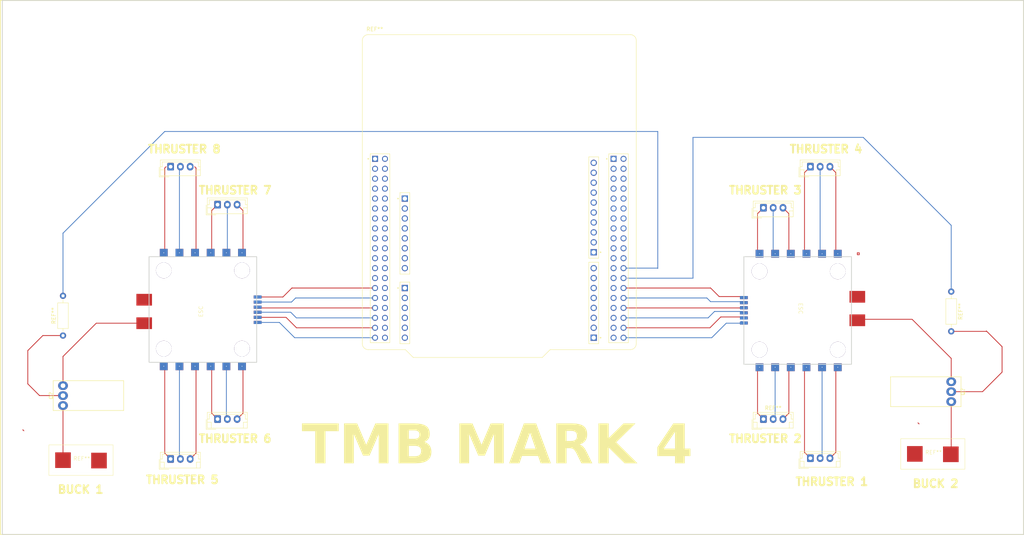
<source format=kicad_pcb>
(kicad_pcb (version 20241229) (generator "pcbnew") (generator_version "9.0")
  (layers (0 "F.Cu" signal) (2 "B.Cu" signal) (13 "F.Paste" user) (15 "B.Paste" user) (5 "F.SilkS" user "F.Silkscreen") (7 "B.SilkS" user "B.Silkscreen") (1 "F.Mask" user) (3 "B.Mask" user) (25 "Edge.Cuts" user))
  (net 0 "")
  (footprint "My_MOSFET_Footprints:mosfet" (layer "F.Cu") (at 439 453.54 90)
    (property "Reference" "Q?" (at 2.54 -3 90) (layer "F.SilkS"))
    (property "Value" "IRLB3813PBF")
    (fp_line (start 6.35 -2.5) (end 6.35 15.5) (stroke (width 0.15)) (layer "F.SilkS"))
    (fp_line (start -1.27 -2.5) (end 6.35 -2.5) (stroke (width 0.15)) (layer "F.SilkS"))
    (fp_line (start 6.35 15.5) (end -1.27 15.5) (stroke (width 0.15)) (layer "F.SilkS"))
    (fp_line (start -1.27 15.5) (end -1.27 -2.5) (stroke (width 0.15)) (layer "F.SilkS"))
    (pad "1" thru_hole oval (at 0 0 90) (size 2.2 2.5) (drill 1.2) (layers "*.Cu" "*.Mask"))
    (pad "2" thru_hole oval (at 2.54 0 90) (size 2.2 2.5) (drill 1.2) (layers "*.Cu" "*.Mask"))
    (pad "3" thru_hole oval (at 5.08 0 90) (size 2.2 2.5) (drill 1.2) (layers "*.Cu" "*.Mask"))
  )
  (footprint "pad:new pad" (layer "F.Cu") (at 661.5 466)
    (property "Reference" "REF**" (at 0 -0.5 0) (layer "F.SilkS") (effects (font (thickness 0.1))))
    (property "Value" "new pad" (hide yes))
    (fp_rect (start -8.4 -4) (end 8 3.8) (stroke (width 0.1)) (fill no) (layer "F.SilkS"))
    (pad "3" smd rect (at -4.8 -0.1) (size 4 4) (layers "F.Cu" "F.Mask" "F.Paste"))
    (pad "3" smd rect (at 4.4 0) (size 4 4) (layers "F.Cu" "F.Mask" "F.Paste"))
  )
  (footprint "Connector_JST:JST_EH_B3B-EH-A_1x03_P2.50mm_Vertical" (layer "F.Cu") (at 466.5 392.5)
    (property "Reference" "REF**" (hide yes))
    (property "Value" "JST_EH_B3B-EH-A_1x03_P2.50mm_Vertical" (hide yes))
    (fp_line (start -2.91 0.11) (end -2.91 2.61) (stroke (width 0.12)) (layer "F.SilkS"))
    (fp_line (start -2.91 2.61) (end -0.41 2.61) (stroke (width 0.12)) (layer "F.SilkS"))
    (fp_line (start -2.61 -1.71) (end -2.61 2.31) (stroke (width 0.12)) (layer "F.SilkS"))
    (fp_line (start -2.61 0) (end -2.11 0) (stroke (width 0.12)) (layer "F.SilkS"))
    (fp_line (start -2.61 0.81) (end -1.61 0.81) (stroke (width 0.12)) (layer "F.SilkS"))
    (fp_line (start -2.61 2.31) (end 7.61 2.31) (stroke (width 0.12)) (layer "F.SilkS"))
    (fp_line (start -2.11 -1.21) (end 7.11 -1.21) (stroke (width 0.12)) (layer "F.SilkS"))
    (fp_line (start -2.11 0) (end -2.11 -1.21) (stroke (width 0.12)) (layer "F.SilkS"))
    (fp_line (start -1.61 0.81) (end -1.61 2.31) (stroke (width 0.12)) (layer "F.SilkS"))
    (fp_line (start 6.61 0.81) (end 6.61 2.31) (stroke (width 0.12)) (layer "F.SilkS"))
    (fp_line (start 7.11 -1.21) (end 7.11 0) (stroke (width 0.12)) (layer "F.SilkS"))
    (fp_line (start 7.11 0) (end 7.61 0) (stroke (width 0.12)) (layer "F.SilkS"))
    (fp_line (start 7.61 -1.71) (end -2.61 -1.71) (stroke (width 0.12)) (layer "F.SilkS"))
    (fp_line (start 7.61 0.81) (end 6.61 0.81) (stroke (width 0.12)) (layer "F.SilkS"))
    (fp_line (start 7.61 2.31) (end 7.61 -1.71) (stroke (width 0.12)) (layer "F.SilkS"))
    (pad "1" thru_hole roundrect (at 0 0) (size 1.7 1.95) (drill 0.95) (layers "*.Cu" "*.Mask") (roundrect_rratio 0.147059))
    (pad "2" thru_hole oval (at 2.5 0) (size 1.7 1.95) (drill 0.95) (layers "*.Cu" "*.Mask"))
    (pad "3" thru_hole oval (at 5 0) (size 1.7 1.95) (drill 0.95) (layers "*.Cu" "*.Mask"))
  )
  (footprint "esc_Library:esc_final" (layer "F.Cu") (at 474.75 429.5 90)
    (property "Reference" "ESC" (at 0 -0.5 90) (layer "F.SilkS") (effects (font (thickness 0.1))))
    (property "Value" "ESC ")
    (pad "1" thru_hole circle (at 10.5 -10 90) (size 4 4) (drill 4) (layers "*.Cu" "*.Mask"))
    (pad "2" thru_hole circle (at -9.5 -10 90) (size 4 4) (drill 4) (layers "*.Cu" "*.Mask"))
    (pad "3" thru_hole circle (at -9.5 10 90) (size 4 4) (drill 4) (layers "*.Cu" "*.Mask"))
    (pad "4" thru_hole circle (at 10.5 10 90) (size 4 4) (drill 4) (layers "*.Cu" "*.Mask"))
    (pad "5" thru_hole rect (at -14 -6 90) (size 2 2) (drill 0.2) (layers "*.Cu" "*.Mask"))
    (pad "5" thru_hole rect (at -14 -2 90) (size 2 2) (drill 0.2) (layers "*.Cu" "*.Mask"))
    (pad "5" thru_hole rect (at -14 2 90) (size 2 2) (drill 0.2) (layers "*.Cu" "*.Mask"))
    (pad "5" thru_hole rect (at -14 6 90) (size 2 2) (drill 0.2) (layers "*.Cu" "*.Mask"))
    (pad "5" thru_hole rect (at -14 10 90) (size 2 2) (drill 0.2) (layers "*.Cu" "*.Mask"))
    (pad "5" thru_hole rect (at 15 -10 90) (size 2 2) (drill 0.2) (layers "*.Cu" "*.Mask"))
    (pad "5" thru_hole rect (at 15 -6 90) (size 2 2) (drill 0.2) (layers "*.Cu" "*.Mask"))
    (pad "5" thru_hole rect (at 15 -2 90) (size 2 2) (drill 0.2) (layers "*.Cu" "*.Mask"))
    (pad "5" thru_hole rect (at 15 2 90) (size 2 2) (drill 0.2) (layers "*.Cu" "*.Mask"))
    (pad "5" thru_hole rect (at 15 6 90) (size 2 2) (drill 0.2) (layers "*.Cu" "*.Mask"))
    (pad "5" thru_hole rect (at 15 10 90) (size 2 2) (drill 0.2) (layers "*.Cu" "*.Mask"))
    (pad "8" smd rect (at -3 -15 90) (size 3 4) (layers "F.Cu" "F.Mask" "F.Paste"))
    (pad "8" smd rect (at 3 -15 90) (size 3 4) (layers "F.Cu" "F.Mask" "F.Paste"))
    (pad "9" thru_hole rect (at -2.8 14 90) (size 0.8 2) (drill 0.1) (layers "*.Cu" "*.Mask"))
    (pad "9" thru_hole rect (at -1.5 14 90) (size 0.8 2) (drill 0.1) (layers "*.Cu" "*.Mask"))
    (pad "9" thru_hole rect (at -0.2 14 90) (size 0.8 2) (drill 0.1) (layers "*.Cu" "*.Mask"))
    (pad "9" thru_hole rect (at 1.1 14 90) (size 0.8 2) (drill 0.1) (layers "*.Cu" "*.Mask"))
    (pad "9" thru_hole rect (at 2.4 14 90) (size 0.8 2) (drill 0.1) (layers "*.Cu" "*.Mask"))
    (pad "9" thru_hole rect (at 3.7 14 90) (size 0.8 2) (drill 0.1) (layers "*.Cu" "*.Mask"))
    (pad "e" thru_hole rect (at -14 -10 90) (size 2 2) (drill 0.2) (layers "*.Cu" "*.Mask"))
  )
  (footprint "Connector_JST:JST_EH_B3B-EH-A_1x03_P2.50mm_Vertical" (layer "F.Cu") (at 630 392.5)
    (property "Reference" "REF**" (hide yes))
    (property "Value" "JST_EH_B3B-EH-A_1x03_P2.50mm_Vertical" (hide yes))
    (fp_line (start -2.91 0.11) (end -2.91 2.61) (stroke (width 0.12)) (layer "F.SilkS"))
    (fp_line (start -2.91 2.61) (end -0.41 2.61) (stroke (width 0.12)) (layer "F.SilkS"))
    (fp_line (start -2.61 -1.71) (end -2.61 2.31) (stroke (width 0.12)) (layer "F.SilkS"))
    (fp_line (start -2.61 0) (end -2.11 0) (stroke (width 0.12)) (layer "F.SilkS"))
    (fp_line (start -2.61 0.81) (end -1.61 0.81) (stroke (width 0.12)) (layer "F.SilkS"))
    (fp_line (start -2.61 2.31) (end 7.61 2.31) (stroke (width 0.12)) (layer "F.SilkS"))
    (fp_line (start -2.11 -1.21) (end 7.11 -1.21) (stroke (width 0.12)) (layer "F.SilkS"))
    (fp_line (start -2.11 0) (end -2.11 -1.21) (stroke (width 0.12)) (layer "F.SilkS"))
    (fp_line (start -1.61 0.81) (end -1.61 2.31) (stroke (width 0.12)) (layer "F.SilkS"))
    (fp_line (start 6.61 0.81) (end 6.61 2.31) (stroke (width 0.12)) (layer "F.SilkS"))
    (fp_line (start 7.11 -1.21) (end 7.11 0) (stroke (width 0.12)) (layer "F.SilkS"))
    (fp_line (start 7.11 0) (end 7.61 0) (stroke (width 0.12)) (layer "F.SilkS"))
    (fp_line (start 7.61 -1.71) (end -2.61 -1.71) (stroke (width 0.12)) (layer "F.SilkS"))
    (fp_line (start 7.61 0.81) (end 6.61 0.81) (stroke (width 0.12)) (layer "F.SilkS"))
    (fp_line (start 7.61 2.31) (end 7.61 -1.71) (stroke (width 0.12)) (layer "F.SilkS"))
    (pad "1" thru_hole roundrect (at 0 0) (size 1.7 1.95) (drill 0.95) (layers "*.Cu" "*.Mask") (roundrect_rratio 0.147059))
    (pad "2" thru_hole oval (at 2.5 0) (size 1.7 1.95) (drill 0.95) (layers "*.Cu" "*.Mask"))
    (pad "3" thru_hole oval (at 5 0) (size 1.7 1.95) (drill 0.95) (layers "*.Cu" "*.Mask"))
  )
  (footprint "Connector_JST:JST_EH_B3B-EH-A_1x03_P2.50mm_Vertical" (layer "F.Cu") (at 630 467)
    (property "Reference" "THRUSTER 1" (at 5.5 6 0) (layer "F.SilkS") (effects (font (size 2 2) (thickness 0.5) (bold yes))))
    (property "Value" "JST_EH_B3B-EH-A_1x03_P2.50mm_Vertical" (hide yes))
    (fp_line (start -2.91 0.11) (end -2.91 2.61) (stroke (width 0.12)) (layer "F.SilkS"))
    (fp_line (start -2.91 2.61) (end -0.41 2.61) (stroke (width 0.12)) (layer "F.SilkS"))
    (fp_line (start -2.61 -1.71) (end -2.61 2.31) (stroke (width 0.12)) (layer "F.SilkS"))
    (fp_line (start -2.61 0) (end -2.11 0) (stroke (width 0.12)) (layer "F.SilkS"))
    (fp_line (start -2.61 0.81) (end -1.61 0.81) (stroke (width 0.12)) (layer "F.SilkS"))
    (fp_line (start -2.61 2.31) (end 7.61 2.31) (stroke (width 0.12)) (layer "F.SilkS"))
    (fp_line (start -2.11 -1.21) (end 7.11 -1.21) (stroke (width 0.12)) (layer "F.SilkS"))
    (fp_line (start -2.11 0) (end -2.11 -1.21) (stroke (width 0.12)) (layer "F.SilkS"))
    (fp_line (start -1.61 0.81) (end -1.61 2.31) (stroke (width 0.12)) (layer "F.SilkS"))
    (fp_line (start 6.61 0.81) (end 6.61 2.31) (stroke (width 0.12)) (layer "F.SilkS"))
    (fp_line (start 7.11 -1.21) (end 7.11 0) (stroke (width 0.12)) (layer "F.SilkS"))
    (fp_line (start 7.11 0) (end 7.61 0) (stroke (width 0.12)) (layer "F.SilkS"))
    (fp_line (start 7.61 -1.71) (end -2.61 -1.71) (stroke (width 0.12)) (layer "F.SilkS"))
    (fp_line (start 7.61 0.81) (end 6.61 0.81) (stroke (width 0.12)) (layer "F.SilkS"))
    (fp_line (start 7.61 2.31) (end 7.61 -1.71) (stroke (width 0.12)) (layer "F.SilkS"))
    (pad "1" thru_hole roundrect (at 0 0) (size 1.7 1.95) (drill 0.95) (layers "*.Cu" "*.Mask") (roundrect_rratio 0.147059))
    (pad "2" thru_hole oval (at 2.5 0) (size 1.7 1.95) (drill 0.95) (layers "*.Cu" "*.Mask"))
    (pad "3" thru_hole oval (at 5 0) (size 1.7 1.95) (drill 0.95) (layers "*.Cu" "*.Mask"))
  )
  (footprint "Connector_JST:JST_EH_B3B-EH-A_1x03_P2.50mm_Vertical" (layer "F.Cu") (at 478.5 402.2)
    (property "Reference" "REF**" (hide yes))
    (property "Value" "JST_EH_B3B-EH-A_1x03_P2.50mm_Vertical" (hide yes))
    (fp_line (start -2.91 0.11) (end -2.91 2.61) (stroke (width 0.12)) (layer "F.SilkS"))
    (fp_line (start -2.91 2.61) (end -0.41 2.61) (stroke (width 0.12)) (layer "F.SilkS"))
    (fp_line (start -2.61 -1.71) (end -2.61 2.31) (stroke (width 0.12)) (layer "F.SilkS"))
    (fp_line (start -2.61 0) (end -2.11 0) (stroke (width 0.12)) (layer "F.SilkS"))
    (fp_line (start -2.61 0.81) (end -1.61 0.81) (stroke (width 0.12)) (layer "F.SilkS"))
    (fp_line (start -2.61 2.31) (end 7.61 2.31) (stroke (width 0.12)) (layer "F.SilkS"))
    (fp_line (start -2.11 -1.21) (end 7.11 -1.21) (stroke (width 0.12)) (layer "F.SilkS"))
    (fp_line (start -2.11 0) (end -2.11 -1.21) (stroke (width 0.12)) (layer "F.SilkS"))
    (fp_line (start -1.61 0.81) (end -1.61 2.31) (stroke (width 0.12)) (layer "F.SilkS"))
    (fp_line (start 6.61 0.81) (end 6.61 2.31) (stroke (width 0.12)) (layer "F.SilkS"))
    (fp_line (start 7.11 -1.21) (end 7.11 0) (stroke (width 0.12)) (layer "F.SilkS"))
    (fp_line (start 7.11 0) (end 7.61 0) (stroke (width 0.12)) (layer "F.SilkS"))
    (fp_line (start 7.61 -1.71) (end -2.61 -1.71) (stroke (width 0.12)) (layer "F.SilkS"))
    (fp_line (start 7.61 0.81) (end 6.61 0.81) (stroke (width 0.12)) (layer "F.SilkS"))
    (fp_line (start 7.61 2.31) (end 7.61 -1.71) (stroke (width 0.12)) (layer "F.SilkS"))
    (pad "1" thru_hole roundrect (at 0 0) (size 1.7 1.95) (drill 0.95) (layers "*.Cu" "*.Mask") (roundrect_rratio 0.147059))
    (pad "2" thru_hole oval (at 2.5 0) (size 1.7 1.95) (drill 0.95) (layers "*.Cu" "*.Mask"))
    (pad "3" thru_hole oval (at 5 0) (size 1.7 1.95) (drill 0.95) (layers "*.Cu" "*.Mask"))
  )
  (footprint "Connector_JST:JST_EH_B3B-EH-A_1x03_P2.50mm_Vertical" (layer "F.Cu") (at 618 403)
    (property "Reference" "REF**" (hide yes))
    (property "Value" "JST_EH_B3B-EH-A_1x03_P2.50mm_Vertical" (hide yes))
    (fp_line (start -2.91 0.11) (end -2.91 2.61) (stroke (width 0.12)) (layer "F.SilkS"))
    (fp_line (start -2.91 2.61) (end -0.41 2.61) (stroke (width 0.12)) (layer "F.SilkS"))
    (fp_line (start -2.61 -1.71) (end -2.61 2.31) (stroke (width 0.12)) (layer "F.SilkS"))
    (fp_line (start -2.61 0) (end -2.11 0) (stroke (width 0.12)) (layer "F.SilkS"))
    (fp_line (start -2.61 0.81) (end -1.61 0.81) (stroke (width 0.12)) (layer "F.SilkS"))
    (fp_line (start -2.61 2.31) (end 7.61 2.31) (stroke (width 0.12)) (layer "F.SilkS"))
    (fp_line (start -2.11 -1.21) (end 7.11 -1.21) (stroke (width 0.12)) (layer "F.SilkS"))
    (fp_line (start -2.11 0) (end -2.11 -1.21) (stroke (width 0.12)) (layer "F.SilkS"))
    (fp_line (start -1.61 0.81) (end -1.61 2.31) (stroke (width 0.12)) (layer "F.SilkS"))
    (fp_line (start 6.61 0.81) (end 6.61 2.31) (stroke (width 0.12)) (layer "F.SilkS"))
    (fp_line (start 7.11 -1.21) (end 7.11 0) (stroke (width 0.12)) (layer "F.SilkS"))
    (fp_line (start 7.11 0) (end 7.61 0) (stroke (width 0.12)) (layer "F.SilkS"))
    (fp_line (start 7.61 -1.71) (end -2.61 -1.71) (stroke (width 0.12)) (layer "F.SilkS"))
    (fp_line (start 7.61 0.81) (end 6.61 0.81) (stroke (width 0.12)) (layer "F.SilkS"))
    (fp_line (start 7.61 2.31) (end 7.61 -1.71) (stroke (width 0.12)) (layer "F.SilkS"))
    (pad "1" thru_hole roundrect (at 0 0) (size 1.7 1.95) (drill 0.95) (layers "*.Cu" "*.Mask") (roundrect_rratio 0.147059))
    (pad "2" thru_hole oval (at 2.5 0) (size 1.7 1.95) (drill 0.95) (layers "*.Cu" "*.Mask"))
    (pad "3" thru_hole oval (at 5 0) (size 1.7 1.95) (drill 0.95) (layers "*.Cu" "*.Mask"))
  )
  (footprint "Connector_JST:JST_EH_B3B-EH-A_1x03_P2.50mm_Vertical" (layer "F.Cu") (at 466.5 467.2)
    (property "Reference" "REF**" (hide yes))
    (property "Value" "JST_EH_B3B-EH-A_1x03_P2.50mm_Vertical" (hide yes))
    (fp_line (start -2.91 0.11) (end -2.91 2.61) (stroke (width 0.12)) (layer "F.SilkS"))
    (fp_line (start -2.91 2.61) (end -0.41 2.61) (stroke (width 0.12)) (layer "F.SilkS"))
    (fp_line (start -2.61 -1.71) (end -2.61 2.31) (stroke (width 0.12)) (layer "F.SilkS"))
    (fp_line (start -2.61 0) (end -2.11 0) (stroke (width 0.12)) (layer "F.SilkS"))
    (fp_line (start -2.61 0.81) (end -1.61 0.81) (stroke (width 0.12)) (layer "F.SilkS"))
    (fp_line (start -2.61 2.31) (end 7.61 2.31) (stroke (width 0.12)) (layer "F.SilkS"))
    (fp_line (start -2.11 -1.21) (end 7.11 -1.21) (stroke (width 0.12)) (layer "F.SilkS"))
    (fp_line (start -2.11 0) (end -2.11 -1.21) (stroke (width 0.12)) (layer "F.SilkS"))
    (fp_line (start -1.61 0.81) (end -1.61 2.31) (stroke (width 0.12)) (layer "F.SilkS"))
    (fp_line (start 6.61 0.81) (end 6.61 2.31) (stroke (width 0.12)) (layer "F.SilkS"))
    (fp_line (start 7.11 -1.21) (end 7.11 0) (stroke (width 0.12)) (layer "F.SilkS"))
    (fp_line (start 7.11 0) (end 7.61 0) (stroke (width 0.12)) (layer "F.SilkS"))
    (fp_line (start 7.61 -1.71) (end -2.61 -1.71) (stroke (width 0.12)) (layer "F.SilkS"))
    (fp_line (start 7.61 0.81) (end 6.61 0.81) (stroke (width 0.12)) (layer "F.SilkS"))
    (fp_line (start 7.61 2.31) (end 7.61 -1.71) (stroke (width 0.12)) (layer "F.SilkS"))
    (pad "1" thru_hole roundrect (at 0 0) (size 1.7 1.95) (drill 0.95) (layers "*.Cu" "*.Mask") (roundrect_rratio 0.147059))
    (pad "2" thru_hole oval (at 2.5 0) (size 1.7 1.95) (drill 0.95) (layers "*.Cu" "*.Mask"))
    (pad "3" thru_hole oval (at 5 0) (size 1.7 1.95) (drill 0.95) (layers "*.Cu" "*.Mask"))
  )
  (footprint "esc_Library:esc_final" (layer "F.Cu") (at 627 428.75 -90)
    (property "Reference" "ESC" (at 0 -0.5 270) (layer "F.SilkS") (effects (font (thickness 0.1))))
    (property "Value" "ESC ")
    (pad "1" thru_hole circle (at 10.5 -10 270) (size 4 4) (drill 4) (layers "*.Cu" "*.Mask"))
    (pad "2" thru_hole circle (at -9.5 -10 270) (size 4 4) (drill 4) (layers "*.Cu" "*.Mask"))
    (pad "3" thru_hole circle (at -9.5 10 270) (size 4 4) (drill 4) (layers "*.Cu" "*.Mask"))
    (pad "4" thru_hole circle (at 10.5 10 270) (size 4 4) (drill 4) (layers "*.Cu" "*.Mask"))
    (pad "5" thru_hole rect (at -14 -6 270) (size 2 2) (drill 0.2) (layers "*.Cu" "*.Mask"))
    (pad "5" thru_hole rect (at -14 -2 270) (size 2 2) (drill 0.2) (layers "*.Cu" "*.Mask"))
    (pad "5" thru_hole rect (at -14 2 270) (size 2 2) (drill 0.2) (layers "*.Cu" "*.Mask"))
    (pad "5" thru_hole rect (at -14 6 270) (size 2 2) (drill 0.2) (layers "*.Cu" "*.Mask"))
    (pad "5" thru_hole rect (at -14 10 270) (size 2 2) (drill 0.2) (layers "*.Cu" "*.Mask"))
    (pad "5" thru_hole rect (at 15 -10 270) (size 2 2) (drill 0.2) (layers "*.Cu" "*.Mask"))
    (pad "5" thru_hole rect (at 15 -6 270) (size 2 2) (drill 0.2) (layers "*.Cu" "*.Mask"))
    (pad "5" thru_hole rect (at 15 -2 270) (size 2 2) (drill 0.2) (layers "*.Cu" "*.Mask"))
    (pad "5" thru_hole rect (at 15 2 270) (size 2 2) (drill 0.2) (layers "*.Cu" "*.Mask"))
    (pad "5" thru_hole rect (at 15 6 270) (size 2 2) (drill 0.2) (layers "*.Cu" "*.Mask"))
    (pad "5" thru_hole rect (at 15 10 270) (size 2 2) (drill 0.2) (layers "*.Cu" "*.Mask"))
    (pad "8" smd rect (at -3 -15 270) (size 3 4) (layers "F.Cu" "F.Mask" "F.Paste"))
    (pad "8" smd rect (at 3 -15 270) (size 3 4) (layers "F.Cu" "F.Mask" "F.Paste"))
    (pad "9" thru_hole rect (at -2.8 14 270) (size 0.8 2) (drill 0.1) (layers "*.Cu" "*.Mask"))
    (pad "9" thru_hole rect (at -1.5 14 270) (size 0.8 2) (drill 0.1) (layers "*.Cu" "*.Mask"))
    (pad "9" thru_hole rect (at -0.2 14 270) (size 0.8 2) (drill 0.1) (layers "*.Cu" "*.Mask"))
    (pad "9" thru_hole rect (at 1.1 14 270) (size 0.8 2) (drill 0.1) (layers "*.Cu" "*.Mask"))
    (pad "9" thru_hole rect (at 2.4 14 270) (size 0.8 2) (drill 0.1) (layers "*.Cu" "*.Mask"))
    (pad "9" thru_hole rect (at 3.7 14 270) (size 0.8 2) (drill 0.1) (layers "*.Cu" "*.Mask"))
    (pad "e" thru_hole rect (at -14 -10 270) (size 2 2) (drill 0.2) (layers "*.Cu" "*.Mask"))
  )
  (footprint "Connector_JST:JST_EH_B3B-EH-A_1x03_P2.50mm_Vertical" (layer "F.Cu") (at 478.5 457)
    (property "Reference" "REF**" (hide yes))
    (property "Value" "JST_EH_B3B-EH-A_1x03_P2.50mm_Vertical" (hide yes))
    (fp_line (start -2.91 0.11) (end -2.91 2.61) (stroke (width 0.12)) (layer "F.SilkS"))
    (fp_line (start -2.91 2.61) (end -0.41 2.61) (stroke (width 0.12)) (layer "F.SilkS"))
    (fp_line (start -2.61 -1.71) (end -2.61 2.31) (stroke (width 0.12)) (layer "F.SilkS"))
    (fp_line (start -2.61 0) (end -2.11 0) (stroke (width 0.12)) (layer "F.SilkS"))
    (fp_line (start -2.61 0.81) (end -1.61 0.81) (stroke (width 0.12)) (layer "F.SilkS"))
    (fp_line (start -2.61 2.31) (end 7.61 2.31) (stroke (width 0.12)) (layer "F.SilkS"))
    (fp_line (start -2.11 -1.21) (end 7.11 -1.21) (stroke (width 0.12)) (layer "F.SilkS"))
    (fp_line (start -2.11 0) (end -2.11 -1.21) (stroke (width 0.12)) (layer "F.SilkS"))
    (fp_line (start -1.61 0.81) (end -1.61 2.31) (stroke (width 0.12)) (layer "F.SilkS"))
    (fp_line (start 6.61 0.81) (end 6.61 2.31) (stroke (width 0.12)) (layer "F.SilkS"))
    (fp_line (start 7.11 -1.21) (end 7.11 0) (stroke (width 0.12)) (layer "F.SilkS"))
    (fp_line (start 7.11 0) (end 7.61 0) (stroke (width 0.12)) (layer "F.SilkS"))
    (fp_line (start 7.61 -1.71) (end -2.61 -1.71) (stroke (width 0.12)) (layer "F.SilkS"))
    (fp_line (start 7.61 0.81) (end 6.61 0.81) (stroke (width 0.12)) (layer "F.SilkS"))
    (fp_line (start 7.61 2.31) (end 7.61 -1.71) (stroke (width 0.12)) (layer "F.SilkS"))
    (pad "1" thru_hole roundrect (at 0 0) (size 1.7 1.95) (drill 0.95) (layers "*.Cu" "*.Mask") (roundrect_rratio 0.147059))
    (pad "2" thru_hole oval (at 2.5 0) (size 1.7 1.95) (drill 0.95) (layers "*.Cu" "*.Mask"))
    (pad "3" thru_hole oval (at 5 0) (size 1.7 1.95) (drill 0.95) (layers "*.Cu" "*.Mask"))
  )
  (footprint "My_MOSFET_Footprints:mosfet" (layer "F.Cu") (at 666 447.46 -90)
    (property "Reference" "Q?" (at 2.54 -3 90) (layer "F.SilkS"))
    (property "Value" "IRLB3813PBF")
    (fp_line (start -1.27 15.5) (end -1.27 -2.5) (stroke (width 0.15)) (layer "F.SilkS"))
    (fp_line (start 6.35 15.5) (end -1.27 15.5) (stroke (width 0.15)) (layer "F.SilkS"))
    (fp_line (start -1.27 -2.5) (end 6.35 -2.5) (stroke (width 0.15)) (layer "F.SilkS"))
    (fp_line (start 6.35 -2.5) (end 6.35 15.5) (stroke (width 0.15)) (layer "F.SilkS"))
    (pad "1" thru_hole oval (at 0 0 270) (size 2.2 2.5) (drill 1.2) (layers "*.Cu" "*.Mask"))
    (pad "2" thru_hole oval (at 2.54 0 270) (size 2.2 2.5) (drill 1.2) (layers "*.Cu" "*.Mask"))
    (pad "3" thru_hole oval (at 5.08 0 270) (size 2.2 2.5) (drill 1.2) (layers "*.Cu" "*.Mask"))
  )
  (footprint "pad:new pad" (layer "F.Cu") (at 443.8 467.6)
    (property "Reference" "REF**" (at 0 -0.5 0) (layer "F.SilkS") (effects (font (thickness 0.1))))
    (property "Value" "new pad" (hide yes))
    (fp_rect (start -8.4 -4) (end 8 3.8) (stroke (width 0.1)) (fill no) (layer "F.SilkS"))
    (pad "3" smd rect (at -4.8 -0.1) (size 4 4) (layers "F.Cu" "F.Mask" "F.Paste"))
    (pad "3" smd rect (at 4.4 0) (size 4 4) (layers "F.Cu" "F.Mask" "F.Paste"))
  )
  (footprint "stm:MODULE_NUCLEO-F030R8" (layer "F.Cu") (at 550.5 400)
    (property "Reference" "REF**" (at -31.825 -42.635 0) (layer "F.SilkS"))
    (property "Value" "MODULE_NUCLEO-F030R8")
    (fp_line (start -35 37.75) (end -35 -39.75) (stroke (width 0.127)) (layer "F.SilkS"))
    (fp_line (start -33.5 -41.25) (end 33.5 -41.25) (stroke (width 0.127)) (layer "F.SilkS"))
    (fp_line (start -32.98 -10.78) (end -32.98 37.48) (stroke (width 0.127)) (layer "F.SilkS"))
    (fp_line (start -32.98 37.48) (end -27.98 37.48) (stroke (width 0.127)) (layer "F.SilkS"))
    (fp_line (start -27.98 -10.78) (end -32.98 -10.78) (stroke (width 0.127)) (layer "F.SilkS"))
    (fp_line (start -27.98 37.48) (end -27.98 -10.78) (stroke (width 0.127)) (layer "F.SilkS"))
    (fp_line (start -25.38 -0.87) (end -25.38 19.95) (stroke (width 0.127)) (layer "F.SilkS"))
    (fp_line (start -25.38 19.95) (end -22.88 19.95) (stroke (width 0.127)) (layer "F.SilkS"))
    (fp_line (start -25.38 21.99) (end -25.38 37.73) (stroke (width 0.127)) (layer "F.SilkS"))
    (fp_line (start -25.38 37.73) (end -22.88 37.73) (stroke (width 0.127)) (layer "F.SilkS"))
    (fp_line (start -24 39.25) (end -33.5 39.25) (stroke (width 0.127)) (layer "F.SilkS"))
    (fp_line (start -22.88 -0.87) (end -25.38 -0.87) (stroke (width 0.127)) (layer "F.SilkS"))
    (fp_line (start -22.88 19.95) (end -22.88 -0.87) (stroke (width 0.127)) (layer "F.SilkS"))
    (fp_line (start -22.88 21.99) (end -25.38 21.99) (stroke (width 0.127)) (layer "F.SilkS"))
    (fp_line (start -22.88 37.73) (end -22.88 21.99) (stroke (width 0.127)) (layer "F.SilkS"))
    (fp_line (start -22 41.25) (end -24 39.25) (stroke (width 0.127)) (layer "F.SilkS"))
    (fp_line (start 11 41.25) (end -22 41.25) (stroke (width 0.127)) (layer "F.SilkS"))
    (fp_line (start 13 39.25) (end 11 41.25) (stroke (width 0.127)) (layer "F.SilkS"))
    (fp_line (start 22.88 -10.01) (end 22.88 15.89) (stroke (width 0.127)) (layer "F.SilkS"))
    (fp_line (start 22.88 15.89) (end 25.38 15.89) (stroke (width 0.127)) (layer "F.SilkS"))
    (fp_line (start 22.88 16.91) (end 22.88 37.73) (stroke (width 0.127)) (layer "F.SilkS"))
    (fp_line (start 22.88 37.73) (end 25.38 37.73) (stroke (width 0.127)) (layer "F.SilkS"))
    (fp_line (start 25.38 -10.01) (end 22.88 -10.01) (stroke (width 0.127)) (layer "F.SilkS"))
    (fp_line (start 25.38 15.89) (end 25.38 -10.01) (stroke (width 0.127)) (layer "F.SilkS"))
    (fp_line (start 25.38 16.91) (end 22.88 16.91) (stroke (width 0.127)) (layer "F.SilkS"))
    (fp_line (start 25.38 37.73) (end 25.38 16.91) (stroke (width 0.127)) (layer "F.SilkS"))
    (fp_line (start 27.98 -10.78) (end 27.98 37.48) (stroke (width 0.127)) (layer "F.SilkS"))
    (fp_line (start 27.98 37.48) (end 32.98 37.48) (stroke (width 0.127)) (layer "F.SilkS"))
    (fp_line (start 32.98 -10.78) (end 27.98 -10.78) (stroke (width 0.127)) (layer "F.SilkS"))
    (fp_line (start 32.98 37.48) (end 32.98 -10.78) (stroke (width 0.127)) (layer "F.SilkS"))
    (fp_line (start 33.5 39.25) (end 13 39.25) (stroke (width 0.127)) (layer "F.SilkS"))
    (fp_line (start 35 -39.75) (end 35 37.75) (stroke (width 0.127)) (layer "F.SilkS"))
    (fp_arc (start -35 -39.75) (mid -34.56066 -40.81066) (end -33.5 -41.25) (stroke (width 0.127)) (layer "F.SilkS"))
    (fp_arc (start -33.5 39.25) (mid -34.56066 38.81066) (end -35 37.75) (stroke (width 0.127)) (layer "F.SilkS"))
    (fp_arc (start 33.5 -41.25) (mid 34.56066 -40.81066) (end 35 -39.75) (stroke (width 0.127)) (layer "F.SilkS"))
    (fp_arc (start 35 37.75) (mid 34.56066 38.81066) (end 33.5 39.25) (stroke (width 0.127)) (layer "F.SilkS"))
    (fp_circle (center -33.5 -9.51) (end -33.4 -9.51) (stroke (width 0.2)) (fill no) (layer "F.SilkS"))
    (fp_circle (center -25.88 0.65) (end -25.78 0.65) (stroke (width 0.2)) (fill no) (layer "F.SilkS"))
    (fp_circle (center -25.88 23.51) (end -25.78 23.51) (stroke (width 0.2)) (fill no) (layer "F.SilkS"))
    (fp_circle (center 25.88 14.37) (end 25.98 14.37) (stroke (width 0.2)) (fill no) (layer "F.SilkS"))
    (fp_circle (center 25.88 36.21) (end 25.98 36.21) (stroke (width 0.2)) (fill no) (layer "F.SilkS"))
    (fp_circle (center 27.46 -9.51) (end 27.56 -9.51) (stroke (width 0.2)) (fill no) (layer "F.SilkS"))
    (pad "" np_thru_hole circle (at -24.13 -13.32) (size 3 3) (drill 3) (layers "*.Cu" "*.Mask"))
    (pad "" np_thru_hole circle (at 8.89 38.75) (size 3 3) (drill 3) (layers "*.Cu" "*.Mask"))
    (pad "" np_thru_hole circle (at 24.13 -12.05) (size 3 3) (drill 3) (layers "*.Cu" "*.Mask"))
    (pad "CN5_1" thru_hole rect (at 24.13 14.37) (size 1.605 1.605) (drill 1.07) (layers "*.Cu" "*.Mask"))
    (pad "CN5_2" thru_hole circle (at 24.13 11.83) (size 1.605 1.605) (drill 1.07) (layers "*.Cu" "*.Mask"))
    (pad "CN5_3" thru_hole circle (at 24.13 9.29) (size 1.605 1.605) (drill 1.07) (layers "*.Cu" "*.Mask"))
    (pad "CN5_4" thru_hole circle (at 24.13 6.75) (size 1.605 1.605) (drill 1.07) (layers "*.Cu" "*.Mask"))
    (pad "CN5_5" thru_hole circle (at 24.13 4.21) (size 1.605 1.605) (drill 1.07) (layers "*.Cu" "*.Mask"))
    (pad "CN5_6" thru_hole circle (at 24.13 1.67) (size 1.605 1.605) (drill 1.07) (layers "*.Cu" "*.Mask"))
    (pad "CN5_7" thru_hole circle (at 24.13 -0.87) (size 1.605 1.605) (drill 1.07) (layers "*.Cu" "*.Mask"))
    (pad "CN5_8" thru_hole circle (at 24.13 -3.41) (size 1.605 1.605) (drill 1.07) (layers "*.Cu" "*.Mask"))
    (pad "CN5_9" thru_hole circle (at 24.13 -5.95) (size 1.605 1.605) (drill 1.07) (layers "*.Cu" "*.Mask"))
    (pad "CN5_10" thru_hole circle (at 24.13 -8.49) (size 1.605 1.605) (drill 1.07) (layers "*.Cu" "*.Mask"))
    (pad "CN6_1" thru_hole rect (at -24.13 0.65) (size 1.605 1.605) (drill 1.07) (layers "*.Cu" "*.Mask"))
    (pad "CN6_2" thru_hole circle (at -24.13 3.19) (size 1.605 1.605) (drill 1.07) (layers "*.Cu" "*.Mask"))
    (pad "CN6_3" thru_hole circle (at -24.13 5.73) (size 1.605 1.605) (drill 1.07) (layers "*.Cu" "*.Mask"))
    (pad "CN6_4" thru_hole circle (at -24.13 8.27) (size 1.605 1.605) (drill 1.07) (layers "*.Cu" "*.Mask"))
    (pad "CN6_5" thru_hole circle (at -24.13 10.81) (size 1.605 1.605) (drill 1.07) (layers "*.Cu" "*.Mask"))
    (pad "CN6_6" thru_hole circle (at -24.13 13.35) (size 1.605 1.605) (drill 1.07) (layers "*.Cu" "*.Mask"))
    (pad "CN6_7" thru_hole circle (at -24.13 15.89) (size 1.605 1.605) (drill 1.07) (layers "*.Cu" "*.Mask"))
    (pad "CN6_8" thru_hole circle (at -24.13 18.43) (size 1.605 1.605) (drill 1.07) (layers "*.Cu" "*.Mask"))
    (pad "CN7_1" thru_hole rect (at -31.75 -9.51) (size 1.53 1.53) (drill 1.02) (layers "*.Cu" "*.Mask"))
    (pad "CN7_2" thru_hole circle (at -29.21 -9.51) (size 1.53 1.53) (drill 1.02) (layers "*.Cu" "*.Mask"))
    (pad "CN7_3" thru_hole circle (at -31.75 -6.97) (size 1.53 1.53) (drill 1.02) (layers "*.Cu" "*.Mask"))
    (pad "CN7_4" thru_hole circle (at -29.21 -6.97) (size 1.53 1.53) (drill 1.02) (layers "*.Cu" "*.Mask"))
    (pad "CN7_5" thru_hole circle (at -31.75 -4.43) (size 1.53 1.53) (drill 1.02) (layers "*.Cu" "*.Mask"))
    (pad "CN7_6" thru_hole circle (at -29.21 -4.43) (size 1.53 1.53) (drill 1.02) (layers "*.Cu" "*.Mask"))
    (pad "CN7_7" thru_hole circle (at -31.75 -1.89) (size 1.53 1.53) (drill 1.02) (layers "*.Cu" "*.Mask"))
    (pad "CN7_8" thru_hole circle (at -29.21 -1.89) (size 1.53 1.53) (drill 1.02) (layers "*.Cu" "*.Mask"))
    (pad "CN7_9" thru_hole circle (at -31.75 0.65) (size 1.53 1.53) (drill 1.02) (layers "*.Cu" "*.Mask"))
    (pad "CN7_10" thru_hole circle (at -29.21 0.65) (size 1.53 1.53) (drill 1.02) (layers "*.Cu" "*.Mask"))
    (pad "CN7_11" thru_hole circle (at -31.75 3.19) (size 1.53 1.53) (drill 1.02) (layers "*.Cu" "*.Mask"))
    (pad "CN7_12" thru_hole circle (at -29.21 3.19) (size 1.53 1.53) (drill 1.02) (layers "*.Cu" "*.Mask"))
    (pad "CN7_13" thru_hole circle (at -31.75 5.73) (size 1.53 1.53) (drill 1.02) (layers "*.Cu" "*.Mask"))
    (pad "CN7_14" thru_hole circle (at -29.21 5.73) (size 1.53 1.53) (drill 1.02) (layers "*.Cu" "*.Mask"))
    (pad "CN7_15" thru_hole circle (at -31.75 8.27) (size 1.53 1.53) (drill 1.02) (layers "*.Cu" "*.Mask"))
    (pad "CN7_16" thru_hole circle (at -29.21 8.27) (size 1.53 1.53) (drill 1.02) (layers "*.Cu" "*.Mask"))
    (pad "CN7_17" thru_hole circle (at -31.75 10.81) (size 1.53 1.53) (drill 1.02) (layers "*.Cu" "*.Mask"))
    (pad "CN7_18" thru_hole circle (at -29.21 10.81) (size 1.53 1.53) (drill 1.02) (layers "*.Cu" "*.Mask"))
    (pad "CN7_19" thru_hole circle (at -31.75 13.35) (size 1.53 1.53) (drill 1.02) (layers "*.Cu" "*.Mask"))
    (pad "CN7_20" thru_hole circle (at -29.21 13.35) (size 1.53 1.53) (drill 1.02) (layers "*.Cu" "*.Mask"))
    (pad "CN7_21" thru_hole circle (at -31.75 15.89) (size 1.53 1.53) (drill 1.02) (layers "*.Cu" "*.Mask"))
    (pad "CN7_22" thru_hole circle (at -29.21 15.89) (size 1.53 1.53) (drill 1.02) (layers "*.Cu" "*.Mask"))
    (pad "CN7_23" thru_hole circle (at -31.75 18.43) (size 1.53 1.53) (drill 1.02) (layers "*.Cu" "*.Mask"))
    (pad "CN7_24" thru_hole circle (at -29.21 18.43) (size 1.53 1.53) (drill 1.02) (layers "*.Cu" "*.Mask"))
    (pad "CN7_25" thru_hole circle (at -31.75 20.97) (size 1.53 1.53) (drill 1.02) (layers "*.Cu" "*.Mask"))
    (pad "CN7_26" thru_hole circle (at -29.21 20.97) (size 1.53 1.53) (drill 1.02) (layers "*.Cu" "*.Mask"))
    (pad "CN7_27" thru_hole circle (at -31.75 23.51) (size 1.53 1.53) (drill 1.02) (layers "*.Cu" "*.Mask"))
    (pad "CN7_28" thru_hole circle (at -29.21 23.51) (size 1.53 1.53) (drill 1.02) (layers "*.Cu" "*.Mask"))
    (pad "CN7_29" thru_hole circle (at -31.75 26.05) (size 1.53 1.53) (drill 1.02) (layers "*.Cu" "*.Mask"))
    (pad "CN7_30" thru_hole circle (at -29.21 26.05) (size 1.53 1.53) (drill 1.02) (layers "*.Cu" "*.Mask"))
    (pad "CN7_31" thru_hole circle (at -31.75 28.59) (size 1.53 1.53) (drill 1.02) (layers "*.Cu" "*.Mask"))
    (pad "CN7_32" thru_hole circle (at -29.21 28.59) (size 1.53 1.53) (drill 1.02) (layers "*.Cu" "*.Mask"))
    (pad "CN7_33" thru_hole circle (at -31.75 31.13) (size 1.53 1.53) (drill 1.02) (layers "*.Cu" "*.Mask"))
    (pad "CN7_34" thru_hole circle (at -29.21 31.13) (size 1.53 1.53) (drill 1.02) (layers "*.Cu" "*.Mask"))
    (pad "CN7_35" thru_hole circle (at -31.75 33.67) (size 1.53 1.53) (drill 1.02) (layers "*.Cu" "*.Mask"))
    (pad "CN7_36" thru_hole circle (at -29.21 33.67) (size 1.53 1.53) (drill 1.02) (layers "*.Cu" "*.Mask"))
    (pad "CN7_37" thru_hole circle (at -31.75 36.21) (size 1.53 1.53) (drill 1.02) (layers "*.Cu" "*.Mask"))
    (pad "CN7_38" thru_hole circle (at -29.21 36.21) (size 1.53 1.53) (drill 1.02) (layers "*.Cu" "*.Mask"))
    (pad "CN8_1" thru_hole rect (at -24.13 23.51) (size 1.605 1.605) (drill 1.07) (layers "*.Cu" "*.Mask"))
    (pad "CN8_2" thru_hole circle (at -24.13 26.05) (size 1.605 1.605) (drill 1.07) (layers "*.Cu" "*.Mask"))
    (pad "CN8_3" thru_hole circle (at -24.13 28.59) (size 1.605 1.605) (drill 1.07) (layers "*.Cu" "*.Mask"))
    (pad "CN8_4" thru_hole circle (at -24.13 31.13) (size 1.605 1.605) (drill 1.07) (layers "*.Cu" "*.Mask"))
    (pad "CN8_5" thru_hole circle (at -24.13 33.67) (size 1.605 1.605) (drill 1.07) (layers "*.Cu" "*.Mask"))
    (pad "CN8_6" thru_hole circle (at -24.13 36.21) (size 1.605 1.605) (drill 1.07) (layers "*.Cu" "*.Mask"))
    (pad "CN9_1" thru_hole rect (at 24.13 36.21) (size 1.605 1.605) (drill 1.07) (layers "*.Cu" "*.Mask"))
    (pad "CN9_2" thru_hole circle (at 24.13 33.67) (size 1.605 1.605) (drill 1.07) (layers "*.Cu" "*.Mask"))
    (pad "CN9_3" thru_hole circle (at 24.13 31.13) (size 1.605 1.605) (drill 1.07) (layers "*.Cu" "*.Mask"))
    (pad "CN9_4" thru_hole circle (at 24.13 28.59) (size 1.605 1.605) (drill 1.07) (layers "*.Cu" "*.Mask"))
    (pad "CN9_5" thru_hole circle (at 24.13 26.05) (size 1.605 1.605) (drill 1.07) (layers "*.Cu" "*.Mask"))
    (pad "CN9_6" thru_hole circle (at 24.13 23.51) (size 1.605 1.605) (drill 1.07) (layers "*.Cu" "*.Mask"))
    (pad "CN9_7" thru_hole circle (at 24.13 20.97) (size 1.605 1.605) (drill 1.07) (layers "*.Cu" "*.Mask"))
    (pad "CN9_8" thru_hole circle (at 24.13 18.43) (size 1.605 1.605) (drill 1.07) (layers "*.Cu" "*.Mask"))
    (pad "CN10_1" thru_hole rect (at 29.21 -9.51) (size 1.53 1.53) (drill 1.02) (layers "*.Cu" "*.Mask"))
    (pad "CN10_2" thru_hole circle (at 31.75 -9.51) (size 1.53 1.53) (drill 1.02) (layers "*.Cu" "*.Mask"))
    (pad "CN10_3" thru_hole circle (at 29.21 -6.97) (size 1.53 1.53) (drill 1.02) (layers "*.Cu" "*.Mask"))
    (pad "CN10_4" thru_hole circle (at 31.75 -6.97) (size 1.53 1.53) (drill 1.02) (layers "*.Cu" "*.Mask"))
    (pad "CN10_5" thru_hole circle (at 29.21 -4.43) (size 1.53 1.53) (drill 1.02) (layers "*.Cu" "*.Mask"))
    (pad "CN10_6" thru_hole circle (at 31.75 -4.43) (size 1.53 1.53) (drill 1.02) (layers "*.Cu" "*.Mask"))
    (pad "CN10_7" thru_hole circle (at 29.21 -1.89) (size 1.53 1.53) (drill 1.02) (layers "*.Cu" "*.Mask"))
    (pad "CN10_8" thru_hole circle (at 31.75 -1.89) (size 1.53 1.53) (drill 1.02) (layers "*.Cu" "*.Mask"))
    (pad "CN10_9" thru_hole circle (at 29.21 0.65) (size 1.53 1.53) (drill 1.02) (layers "*.Cu" "*.Mask"))
    (pad "CN10_10" thru_hole circle (at 31.75 0.65) (size 1.53 1.53) (drill 1.02) (layers "*.Cu" "*.Mask"))
    (pad "CN10_11" thru_hole circle (at 29.21 3.19) (size 1.53 1.53) (drill 1.02) (layers "*.Cu" "*.Mask"))
    (pad "CN10_12" thru_hole circle (at 31.75 3.19) (size 1.53 1.53) (drill 1.02) (layers "*.Cu" "*.Mask"))
    (pad "CN10_13" thru_hole circle (at 29.21 5.73) (size 1.53 1.53) (drill 1.02) (layers "*.Cu" "*.Mask"))
    (pad "CN10_14" thru_hole circle (at 31.75 5.73) (size 1.53 1.53) (drill 1.02) (layers "*.Cu" "*.Mask"))
    (pad "CN10_15" thru_hole circle (at 29.21 8.27) (size 1.53 1.53) (drill 1.02) (layers "*.Cu" "*.Mask"))
    (pad "CN10_16" thru_hole circle (at 31.75 8.27) (size 1.53 1.53) (drill 1.02) (layers "*.Cu" "*.Mask"))
    (pad "CN10_17" thru_hole circle (at 29.21 10.81) (size 1.53 1.53) (drill 1.02) (layers "*.Cu" "*.Mask"))
    (pad "CN10_18" thru_hole circle (at 31.75 10.81) (size 1.53 1.53) (drill 1.02) (layers "*.Cu" "*.Mask"))
    (pad "CN10_19" thru_hole circle (at 29.21 13.35) (size 1.53 1.53) (drill 1.02) (layers "*.Cu" "*.Mask"))
    (pad "CN10_20" thru_hole circle (at 31.75 13.35) (size 1.53 1.53) (drill 1.02) (layers "*.Cu" "*.Mask"))
    (pad "CN10_21" thru_hole circle (at 29.21 15.89) (size 1.53 1.53) (drill 1.02) (layers "*.Cu" "*.Mask"))
    (pad "CN10_22" thru_hole circle (at 31.75 15.89) (size 1.53 1.53) (drill 1.02) (layers "*.Cu" "*.Mask"))
    (pad "CN10_23" thru_hole circle (at 29.21 18.43) (size 1.53 1.53) (drill 1.02) (layers "*.Cu" "*.Mask"))
    (pad "CN10_24" thru_hole circle (at 31.75 18.43) (size 1.53 1.53) (drill 1.02) (layers "*.Cu" "*.Mask"))
    (pad "CN10_25" thru_hole circle (at 29.21 20.97) (size 1.53 1.53) (drill 1.02) (layers "*.Cu" "*.Mask"))
    (pad "CN10_26" thru_hole circle (at 31.75 20.97) (size 1.53 1.53) (drill 1.02) (layers "*.Cu" "*.Mask"))
    (pad "CN10_27" thru_hole circle (at 29.21 23.51) (size 1.53 1.53) (drill 1.02) (layers "*.Cu" "*.Mask"))
    (pad "CN10_28" thru_hole circle (at 31.75 23.51) (size 1.53 1.53) (drill 1.02) (layers "*.Cu" "*.Mask"))
    (pad "CN10_29" thru_hole circle (at 29.21 26.05) (size 1.53 1.53) (drill 1.02) (layers "*.Cu" "*.Mask"))
    (pad "CN10_30" thru_hole circle (at 31.75 26.05) (size 1.53 1.53) (drill 1.02) (layers "*.Cu" "*.Mask"))
    (pad "CN10_31" thru_hole circle (at 29.21 28.59) (size 1.53 1.53) (drill 1.02) (layers "*.Cu" "*.Mask"))
    (pad "CN10_32" thru_hole circle (at 31.75 28.59) (size 1.53 1.53) (drill 1.02) (layers "*.Cu" "*.Mask"))
    (pad "CN10_33" thru_hole circle (at 29.21 31.13) (size 1.53 1.53) (drill 1.02) (layers "*.Cu" "*.Mask"))
    (pad "CN10_34" thru_hole circle (at 31.75 31.13) (size 1.53 1.53) (drill 1.02) (layers "*.Cu" "*.Mask"))
    (pad "CN10_35" thru_hole circle (at 29.21 33.67) (size 1.53 1.53) (drill 1.02) (layers "*.Cu" "*.Mask"))
    (pad "CN10_36" thru_hole circle (at 31.75 33.67) (size 1.53 1.53) (drill 1.02) (layers "*.Cu" "*.Mask"))
    (pad "CN10_37" thru_hole circle (at 29.21 36.21) (size 1.53 1.53) (drill 1.02) (layers "*.Cu" "*.Mask"))
    (pad "CN10_38" thru_hole circle (at 31.75 36.21) (size 1.53 1.53) (drill 1.02) (layers "*.Cu" "*.Mask"))
  )
  (footprint "Connector_JST:JST_EH_B3B-EH-A_1x03_P2.50mm_Vertical" (layer "F.Cu") (at 618 457)
    (property "Reference" "REF**" (at 2.5 -2.8 0) (layer "F.SilkS"))
    (property "Value" "JST_EH_B3B-EH-A_1x03_P2.50mm_Vertical" (hide yes))
    (fp_line (start -2.91 0.11) (end -2.91 2.61) (stroke (width 0.12)) (layer "F.SilkS"))
    (fp_line (start -2.91 2.61) (end -0.41 2.61) (stroke (width 0.12)) (layer "F.SilkS"))
    (fp_line (start -2.61 -1.71) (end -2.61 2.31) (stroke (width 0.12)) (layer "F.SilkS"))
    (fp_line (start -2.61 0) (end -2.11 0) (stroke (width 0.12)) (layer "F.SilkS"))
    (fp_line (start -2.61 0.81) (end -1.61 0.81) (stroke (width 0.12)) (layer "F.SilkS"))
    (fp_line (start -2.61 2.31) (end 7.61 2.31) (stroke (width 0.12)) (layer "F.SilkS"))
    (fp_line (start -2.11 -1.21) (end 7.11 -1.21) (stroke (width 0.12)) (layer "F.SilkS"))
    (fp_line (start -2.11 0) (end -2.11 -1.21) (stroke (width 0.12)) (layer "F.SilkS"))
    (fp_line (start -1.61 0.81) (end -1.61 2.31) (stroke (width 0.12)) (layer "F.SilkS"))
    (fp_line (start 6.61 0.81) (end 6.61 2.31) (stroke (width 0.12)) (layer "F.SilkS"))
    (fp_line (start 7.11 -1.21) (end 7.11 0) (stroke (width 0.12)) (layer "F.SilkS"))
    (fp_line (start 7.11 0) (end 7.61 0) (stroke (width 0.12)) (layer "F.SilkS"))
    (fp_line (start 7.61 -1.71) (end -2.61 -1.71) (stroke (width 0.12)) (layer "F.SilkS"))
    (fp_line (start 7.61 0.81) (end 6.61 0.81) (stroke (width 0.12)) (layer "F.SilkS"))
    (fp_line (start 7.61 2.31) (end 7.61 -1.71) (stroke (width 0.12)) (layer "F.SilkS"))
    (pad "1" thru_hole roundrect (at 0 0) (size 1.7 1.95) (drill 0.95) (layers "*.Cu" "*.Mask") (roundrect_rratio 0.147059))
    (pad "2" thru_hole oval (at 2.5 0) (size 1.7 1.95) (drill 0.95) (layers "*.Cu" "*.Mask"))
    (pad "3" thru_hole oval (at 5 0) (size 1.7 1.95) (drill 0.95) (layers "*.Cu" "*.Mask"))
  )
  (footprint "Resistor_THT:R_Axial_DIN0207_L6.3mm_D2.5mm_P10.16mm_Horizontal" (layer "F.Cu") (at 439 435.66 90)
    (property "Reference" "REF**" (at 5.08 -2.37 90) (layer "F.SilkS"))
    (property "Value" "R_Axial_DIN0207_L6.3mm_D2.5mm_P10.16mm_Horizontal" (hide yes))
    (fp_line (start 9.12 0) (end 8.35 0) (stroke (width 0.12)) (layer "F.SilkS"))
    (fp_line (start 1.04 0) (end 1.81 0) (stroke (width 0.12)) (layer "F.SilkS"))
    (fp_rect (start 1.81 -1.37) (end 8.35 1.37) (stroke (width 0.12)) (fill no) (layer "F.SilkS"))
    (pad "1" thru_hole circle (at 0 0 90) (size 1.6 1.6) (drill 0.8) (layers "*.Cu" "*.Mask"))
    (pad "2" thru_hole circle (at 10.16 0 90) (size 1.6 1.6) (drill 0.8) (layers "*.Cu" "*.Mask"))
  )
  (footprint "Resistor_THT:R_Axial_DIN0207_L6.3mm_D2.5mm_P10.16mm_Horizontal" (layer "F.Cu") (at 666 424.42 -90)
    (property "Reference" "REF**" (at 5.08 -2.37 90) (layer "F.SilkS"))
    (property "Value" "R_Axial_DIN0207_L6.3mm_D2.5mm_P10.16mm_Horizontal" (hide yes))
    (fp_line (start 1.04 0) (end 1.81 0) (stroke (width 0.12)) (layer "F.SilkS"))
    (fp_line (start 9.12 0) (end 8.35 0) (stroke (width 0.12)) (layer "F.SilkS"))
    (fp_rect (start 1.81 -1.37) (end 8.35 1.37) (stroke (width 0.12)) (fill no) (layer "F.SilkS"))
    (pad "1" thru_hole circle (at 0 0 270) (size 1.6 1.6) (drill 0.8) (layers "*.Cu" "*.Mask"))
    (pad "2" thru_hole circle (at 10.16 0 270) (size 1.6 1.6) (drill 0.8) (layers "*.Cu" "*.Mask"))
  )
  (gr_rect (start 642 414.5) (end 642.5 415) (stroke (width 0.2)) (fill no) (layer "F.Cu"))
  (gr_rect (start 423 350) (end 684.5 486.5) (stroke (width 0.2)) (fill no) (layer "F.SilkS"))
  (gr_rect (start 613 415.5) (end 640.5 443) (stroke (width 0.2)) (fill no) (layer "Edge.Cuts"))
  (gr_rect (start 461 415.5) (end 488.5 442.5) (stroke (width 0.2)) (fill no) (layer "Edge.Cuts"))
  (gr_rect (start 423.5 350) (end 684.5 486.5) (stroke (width 0.2)) (fill no) (layer "Edge.Cuts"))
  (gr_text "THRUSTER 6" (at 483 462 0) (layer "F.SilkS") (effects (font (size 2 2) (thickness 0.5) (bold yes))))
  (gr_text "BUCK 1" (at 443.5 475 0) (layer "F.SilkS") (effects (font (size 2 2) (thickness 0.5) (bold yes))))
  (gr_text "BUCK 2\n" (at 662 473.5 0) (layer "F.SilkS") (effects (font (size 2 2) (thickness 0.5) (bold yes))))
  (gr_text "THRUSTER 8\n" (at 470 388 0) (layer "F.SilkS") (effects (font (size 2 2) (thickness 0.5) (bold yes))))
  (gr_text "THRUSTER 7" (at 483 398.5 0) (layer "F.SilkS") (effects (font (size 2 2) (thickness 0.5) (bold yes))))
  (gr_text "TMB MARK 4" (at 550 470 0) (layer "F.SilkS") (effects (font (size 10 10) (thickness 2.5) (bold yes)) (justify bottom)))
  (gr_text "THRUSTER 2" (at 618.5 462 0) (layer "F.SilkS") (effects (font (size 2 2) (thickness 0.5) (bold yes))))
  (gr_text "THRUSTER 5" (at 469.5 472.5 0) (layer "F.SilkS") (effects (font (size 2 2) (thickness 0.5) (bold yes))))
  (gr_text "THRUSTER 3" (at 618.5 398.5 0) (layer "F.SilkS") (effects (font (size 2 2) (thickness 0.5) (bold yes))))
  (gr_text "THRUSTER 4" (at 634 388 0) (layer "F.SilkS") (effects (font (size 2 2) (thickness 0.5) (bold yes))))
  (segment (start 477 414.5) (end 477 403.7) (width 0.2) (layer "F.Cu") (net 0))
  (segment (start 429 460) (end 428.748581 459.748581) (width 0.2) (layer "F.Cu") (net 0))
  (segment (start 433 451) (end 430 448) (width 0.2) (layer "F.Cu") (net 0))
  (segment (start 582.25 423.51) (end 604.49 423.51) (width 0.2) (layer "F.Cu") (net 0))
  (segment (start 666 465.9) (end 665.9 466) (width 0.2) (layer "F.Cu") (net 0))
  (segment (start 477 455.5) (end 478.5 457) (width 0.2) (layer "F.Cu") (net 0))
  (segment (start 465 443.5) (end 465 465.7) (width 0.2) (layer "F.Cu") (net 0))
  (segment (start 473 465.7) (end 471.5 467.2) (width 0.2) (layer "F.Cu") (net 0))
  (segment (start 473 392.849) (end 472.651 392.5) (width 0.2) (layer "F.Cu") (net 0))
  (segment (start 430 448) (end 430 439.5) (width 0.2) (layer "F.Cu") (net 0))
  (segment (start 485 414.5) (end 485 403.7) (width 0.2) (layer "F.Cu") (net 0))
  (segment (start 604.5 423.5) (end 606.7 425.7) (width 0.2) (layer "F.Cu") (net 0))
  (segment (start 439 441) (end 447.5 432.5) (width 0.2) (layer "F.Cu") (net 0))
  (segment (start 666.2 452.74) (end 666 452.54) (width 0.2) (layer "F.Cu") (net 0))
  (segment (start 477 403.7) (end 478.5 402.2) (width 0.2) (layer "F.Cu") (net 0))
  (segment (start 666 450) (end 674 450) (width 0.2) (layer "F.Cu") (net 0))
  (segment (start 636.5 443.5) (end 636.5 465.5) (width 0.2) (layer "F.Cu") (net 0))
  (segment (start 666 452.54) (end 666 465.9) (width 0.2) (layer "F.Cu") (net 0))
  (segment (start 497.5 423.5) (end 495.2 425.8) (width 0.2) (layer "F.Cu") (net 0))
  (segment (start 582.25 428.59) (end 612.21 428.59) (width 0.2) (layer "F.Cu") (net 0))
  (segment (start 616.5 414.5) (end 616.5 404.5) (width 0.2) (layer "F.Cu") (net 0))
  (segment (start 447.5 432.5) (end 460 432.5) (width 0.2) (layer "F.Cu") (net 0))
  (segment (start 496 431) (end 489 431) (width 0.2) (layer "F.Cu") (net 0))
  (segment (start 674.92 434.58) (end 666 434.58) (width 0.2) (layer "F.Cu") (net 0))
  (segment (start 495.2 425.8) (end 489 425.8) (width 0.2) (layer "F.Cu") (net 0))
  (segment (start 473 414.5) (end 473 392.849) (width 0.2) (layer "F.Cu") (net 0))
  (segment (start 606.7 425.7) (end 612.5 425.7) (width 0.2) (layer "F.Cu") (net 0))
  (segment (start 624.5 414.5) (end 624.5 404.5) (width 0.2) (layer "F.Cu") (net 0))
  (segment (start 465 465.7) (end 466.5 467.2) (width 0.2) (layer "F.Cu") (net 0))
  (segment (start 656 431.5) (end 641.5 431.5) (width 0.2) (layer "F.Cu") (net 0))
  (segment (start 657.751419 458.211419) (end 657.766624 458.211419) (width 0.2) (layer "F.Cu") (net 0))
  (segment (start 628.5 443.5) (end 628.5 465.5) (width 0.2) (layer "F.Cu") (net 0))
  (segment (start 465 414.5) (end 465 392.849) (width 0.2) (layer "F.Cu") (net 0))
  (segment (start 433.84 435.66) (end 439 435.66) (width 0.2) (layer "F.Cu") (net 0))
  (segment (start 636.5 465.5) (end 635 467) (width 0.2) (layer "F.Cu") (net 0))
  (segment (start 657.5 457.96) (end 657.751419 458.211419) (width 0.2) (layer "F.Cu") (net 0))
  (segment (start 518.75 428.59) (end 489.19 428.59) (width 0.2) (layer "F.Cu") (net 0))
  (segment (start 679 445) (end 679 438.5) (width 0.2) (layer "F.Cu") (net 0))
  (segment (start 518.75 433.67) (end 498.67 433.67) (width 0.2) (layer "F.Cu") (net 0))
  (segment (start 674 450) (end 679 445) (width 0.2) (layer "F.Cu") (net 0))
  (segment (start 489.19 428.59) (end 489 428.4) (width 0.2) (layer "F.Cu") (net 0))
  (segment (start 604.33 433.67) (end 607.1 430.9) (width 0.2) (layer "F.Cu") (net 0))
  (segment (start 616.5 443.5) (end 616.5 455.5) (width 0.2) (layer "F.Cu") (net 0))
  (segment (start 666 441.5) (end 656 431.5) (width 0.2) (layer "F.Cu") (net 0))
  (segment (start 604.5 423.5) (end 604.49 423.51) (width 0.2) (layer "F.Cu") (net 0))
  (segment (start 583.316 420.97) (end 583.316 421) (width 0.2) (layer "F.Cu") (net 0))
  (segment (start 607.1 430.9) (end 612.5 430.9) (width 0.2) (layer "F.Cu") (net 0))
  (segment (start 628.5 465.5) (end 630 467) (width 0.2) (layer "F.Cu") (net 0))
  (segment (start 477 443.5) (end 477 455.5) (width 0.2) (layer "F.Cu") (net 0))
  (segment (start 439 448.46) (end 439 441) (width 0.2) (layer "F.Cu") (net 0))
  (segment (start 485 455.5) (end 483.5 457) (width 0.2) (layer "F.Cu") (net 0))
  (segment (start 628.5 394) (end 630 392.5) (width 0.2) (layer "F.Cu") (net 0))
  (segment (start 612.21 428.59) (end 612.5 428.3) (width 0.2) (layer "F.Cu") (net 0))
  (segment (start 465 392.849) (end 465.349 392.5) (width 0.2) (layer "F.Cu") (net 0))
  (segment (start 518.75 423.51) (end 497.51 423.51) (width 0.2) (layer "F.Cu") (net 0))
  (segment (start 497.51 423.51) (end 497.5 423.5) (width 0.2) (layer "F.Cu") (net 0))
  (segment (start 666 447.46) (end 666 441.5) (width 0.2) (layer "F.Cu") (net 0))
  (segment (start 628.5 414.5) (end 628.5 394) (width 0.2) (layer "F.Cu") (net 0))
  (segment (start 624.5 404.5) (end 623 403) (width 0.2) (layer "F.Cu") (net 0))
  (segment (start 582.25 433.67) (end 604.33 433.67) (width 0.2) (layer "F.Cu") (net 0))
  (segment (start 616.5 455.5) (end 618 457) (width 0.2) (layer "F.Cu") (net 0))
  (segment (start 428.748581 459.748581) (end 428.733376 459.748581) (width 0.2) (layer "F.Cu") (net 0))
  (segment (start 624.5 455.5) (end 623 457) (width 0.2) (layer "F.Cu") (net 0))
  (segment (start 439 453.54) (end 439 467.5) (width 0.2) (layer "F.Cu") (net 0))
  (segment (start 430 439.5) (end 433.84 435.66) (width 0.2) (layer "F.Cu") (net 0))
  (segment (start 616.5 404.5) (end 618 403) (width 0.2) (layer "F.Cu") (net 0))
  (segment (start 498.67 433.67) (end 496 431) (width 0.2) (layer "F.Cu") (net 0))
  (segment (start 624.5 443.5) (end 624.5 455.5) (width 0.2) (layer "F.Cu") (net 0))
  (segment (start 675 434.5) (end 674.92 434.58) (width 0.2) (layer "F.Cu") (net 0))
  (segment (start 636.5 394) (end 635 392.5) (width 0.2) (layer "F.Cu") (net 0))
  (segment (start 485 443.5) (end 485 455.5) (width 0.2) (layer "F.Cu") (net 0))
  (segment (start 679 438.5) (end 675 434.5) (width 0.2) (layer "F.Cu") (net 0))
  (segment (start 473 443.5) (end 473 465.7) (width 0.2) (layer "F.Cu") (net 0))
  (segment (start 636.5 414.5) (end 636.5 394) (width 0.2) (layer "F.Cu") (net 0))
  (segment (start 439 451) (end 433 451) (width 0.2) (layer "F.Cu") (net 0))
  (segment (start 485 403.7) (end 483.5 402.2) (width 0.2) (layer "F.Cu") (net 0))
  (segment (start 480.75 456.75) (end 481 457) (width 0.2) (layer "B.Cu") (net 0))
  (segment (start 633 466.5) (end 632.5 467) (width 0.2) (layer "B.Cu") (net 0))
  (segment (start 498.63 431.13) (end 497.2 429.7) (width 0.2) (layer "B.Cu") (net 0))
  (segment (start 621 456.5) (end 620.5 457) (width 0.2) (layer "B.Cu") (net 0))
  (segment (start 590.93 418.43) (end 582.25 418.43) (width 0.2) (layer "B.Cu") (net 0))
  (segment (start 583.316 421) (end 600 421) (width 0.2) (layer "B.Cu") (net 0))
  (segment (start 582.25 431.13) (end 603.87 431.13) (width 0.2) (layer "B.Cu") (net 0))
  (segment (start 604 431) (end 605.5 429.5) (width 0.2) (layer "B.Cu") (net 0))
  (segment (start 480.75 443.5) (end 480.75 456.75) (width 0.2) (layer "B.Cu") (net 0))
  (segment (start 605.5 429.5) (end 612.5 429.5) (width 0.2) (layer "B.Cu") (net 0))
  (segment (start 468.75 414.5) (end 468.75 392.75) (width 0.2) (layer "B.Cu") (net 0))
  (segment (start 620.5 403) (end 620.5 414.25) (width 0.2) (layer "B.Cu") (net 0))
  (segment (start 439 425.5) (end 439 409.5) (width 0.2) (layer "B.Cu") (net 0))
  (segment (start 518.75 426.05) (end 498.45 426.05) (width 0.2) (layer "B.Cu") (net 0))
  (segment (start 633 443.75) (end 633 466.5) (width 0.2) (layer "B.Cu") (net 0))
  (segment (start 600 421) (end 600 385) (width 0.2) (layer "B.Cu") (net 0))
  (segment (start 497.4 427.1) (end 489 427.1) (width 0.2) (layer "B.Cu") (net 0))
  (segment (start 608.5 432.5) (end 612 432.5) (width 0.2) (layer "B.Cu") (net 0))
  (segment (start 591 418.5) (end 590.93 418.43) (width 0.2) (layer "B.Cu") (net 0))
  (segment (start 604.5 427) (end 612.5 427) (width 0.2) (layer "B.Cu") (net 0))
  (segment (start 439 409.5) (end 465 383.5) (width 0.2) (layer "B.Cu") (net 0))
  (segment (start 481 414.25) (end 480.75 414.5) (width 0.2) (layer "B.Cu") (net 0))
  (segment (start 604.79 436.21) (end 608.5 432.5) (width 0.2) (layer "B.Cu") (net 0))
  (segment (start 632.5 414.25) (end 633 414.75) (width 0.2) (layer "B.Cu") (net 0))
  (segment (start 489 432.3) (end 494.3 432.3) (width 0.2) (layer "B.Cu") (net 0))
  (segment (start 612 432.5) (end 612.5 432) (width 0.2) (layer "B.Cu") (net 0))
  (segment (start 498.45 426.05) (end 497.4 427.1) (width 0.2) (layer "B.Cu") (net 0))
  (segment (start 621 443.75) (end 621 456.5) (width 0.2) (layer "B.Cu") (net 0))
  (segment (start 481 402.2) (end 481 414.25) (width 0.2) (layer "B.Cu") (net 0))
  (segment (start 518.75 431.13) (end 498.63 431.13) (width 0.2) (layer "B.Cu") (net 0))
  (segment (start 468.75 466.95) (end 469 467.2) (width 0.2) (layer "B.Cu") (net 0))
  (segment (start 465 383.5) (end 591 383.5) (width 0.2) (layer "B.Cu") (net 0))
  (segment (start 632.5 392.5) (end 632.5 414.25) (width 0.2) (layer "B.Cu") (net 0))
  (segment (start 468.75 443.5) (end 468.75 466.95) (width 0.2) (layer "B.Cu") (net 0))
  (segment (start 620.5 414.25) (end 621 414.75) (width 0.2) (layer "B.Cu") (net 0))
  (segment (start 643.5 385) (end 666 407.5) (width 0.2) (layer "B.Cu") (net 0))
  (segment (start 600 385) (end 643.5 385) (width 0.2) (layer "B.Cu") (net 0))
  (segment (start 603.87 431.13) (end 604 431) (width 0.2) (layer "B.Cu") (net 0))
  (segment (start 666 407.5) (end 666 424.42) (width 0.2) (layer "B.Cu") (net 0))
  (segment (start 498.21 436.21) (end 518.75 436.21) (width 0.2) (layer "B.Cu") (net 0))
  (segment (start 497.2 429.7) (end 489 429.7) (width 0.2) (layer "B.Cu") (net 0))
  (segment (start 591 383.5) (end 591 418.5) (width 0.2) (layer "B.Cu") (net 0))
  (segment (start 468.75 392.75) (end 469 392.5) (width 0.2) (layer "B.Cu") (net 0))
  (segment (start 603.55 426.05) (end 604.5 427) (width 0.2) (layer "B.Cu") (net 0))
  (segment (start 582.25 436.21) (end 604.79 436.21) (width 0.2) (layer "B.Cu") (net 0))
  (segment (start 582.25 426.05) (end 603.55 426.05) (width 0.2) (layer "B.Cu") (net 0))
  (segment (start 494.3 432.3) (end 498.21 436.21) (width 0.2) (layer "B.Cu") (net 0))
)
</source>
